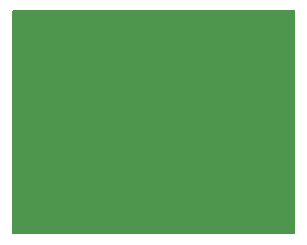
<source format=gbr>
%TF.GenerationSoftware,KiCad,Pcbnew,(6.0.0)*%
%TF.CreationDate,2023-09-19T02:50:45-04:00*%
%TF.ProjectId,AFT_x06_Magnetometer_Shield_MichaelLee,4146545f-7830-4365-9f4d-61676e65746f,rev?*%
%TF.SameCoordinates,Original*%
%TF.FileFunction,Copper,L2,Bot*%
%TF.FilePolarity,Positive*%
%FSLAX46Y46*%
G04 Gerber Fmt 4.6, Leading zero omitted, Abs format (unit mm)*
G04 Created by KiCad (PCBNEW (6.0.0)) date 2023-09-19 02:50:45*
%MOMM*%
%LPD*%
G01*
G04 APERTURE LIST*
%TA.AperFunction,ViaPad*%
%ADD10C,0.800000*%
%TD*%
G04 APERTURE END LIST*
D10*
%TO.N,GND*%
X175000000Y-95000000D03*
X177000000Y-99000000D03*
X177037500Y-103037500D03*
X172037500Y-103037500D03*
X170000000Y-99000000D03*
X169000000Y-100000000D03*
X169000000Y-103000000D03*
X165024310Y-91975690D03*
X161000000Y-95000000D03*
%TD*%
%TA.AperFunction,Conductor*%
%TO.N,GND*%
G36*
X181434121Y-88528002D02*
G01*
X181480614Y-88581658D01*
X181492000Y-88634000D01*
X181492000Y-107366000D01*
X181471998Y-107434121D01*
X181418342Y-107480614D01*
X181366000Y-107492000D01*
X157634000Y-107492000D01*
X157565879Y-107471998D01*
X157519386Y-107418342D01*
X157508000Y-107366000D01*
X157508000Y-88634000D01*
X157528002Y-88565879D01*
X157581658Y-88519386D01*
X157634000Y-88508000D01*
X181366000Y-88508000D01*
X181434121Y-88528002D01*
G37*
%TD.AperFunction*%
%TD*%
M02*

</source>
